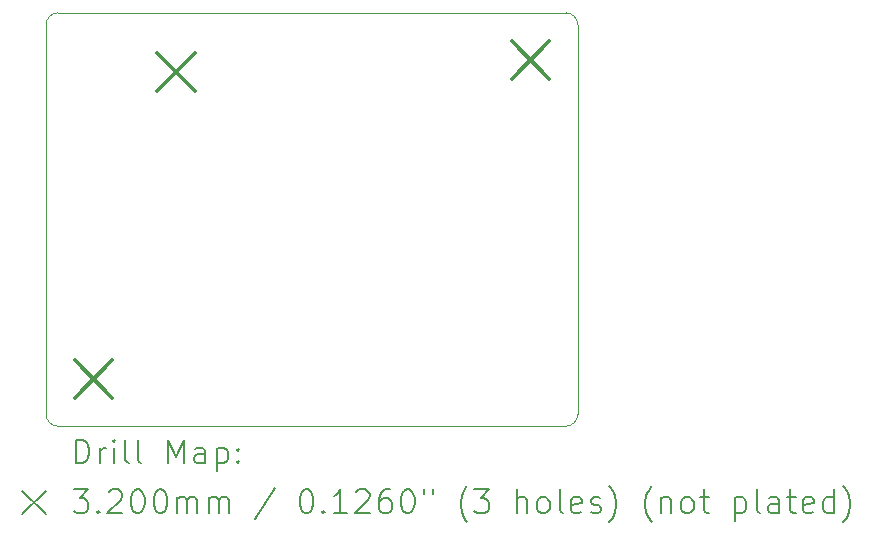
<source format=gbr>
%TF.GenerationSoftware,KiCad,Pcbnew,(6.0.11)*%
%TF.CreationDate,2024-05-16T18:38:19+09:00*%
%TF.ProjectId,active-marker-pcb,61637469-7665-42d6-9d61-726b65722d70,rev?*%
%TF.SameCoordinates,Original*%
%TF.FileFunction,Drillmap*%
%TF.FilePolarity,Positive*%
%FSLAX45Y45*%
G04 Gerber Fmt 4.5, Leading zero omitted, Abs format (unit mm)*
G04 Created by KiCad (PCBNEW (6.0.11)) date 2024-05-16 18:38:19*
%MOMM*%
%LPD*%
G01*
G04 APERTURE LIST*
%ADD10C,0.100000*%
%ADD11C,0.200000*%
%ADD12C,0.320000*%
G04 APERTURE END LIST*
D10*
X10100000Y-8500000D02*
G75*
G03*
X10000000Y-8600000I0J-100000D01*
G01*
X14500000Y-8600000D02*
G75*
G03*
X14400000Y-8500000I-100000J0D01*
G01*
X14400000Y-12000000D02*
G75*
G03*
X14500000Y-11900000I0J100000D01*
G01*
X10000000Y-11900000D02*
G75*
G03*
X10100000Y-12000000I100000J0D01*
G01*
X14400000Y-8500000D02*
X10100000Y-8500000D01*
X14500000Y-11900000D02*
X14500000Y-8600000D01*
X10100000Y-12000000D02*
X14400000Y-12000000D01*
X10000000Y-8600000D02*
X10000000Y-11900000D01*
D11*
D12*
X10240000Y-11440000D02*
X10560000Y-11760000D01*
X10560000Y-11440000D02*
X10240000Y-11760000D01*
X10940000Y-8840000D02*
X11260000Y-9160000D01*
X11260000Y-8840000D02*
X10940000Y-9160000D01*
X13940000Y-8740000D02*
X14260000Y-9060000D01*
X14260000Y-8740000D02*
X13940000Y-9060000D01*
D11*
X10252619Y-12315476D02*
X10252619Y-12115476D01*
X10300238Y-12115476D01*
X10328810Y-12125000D01*
X10347857Y-12144048D01*
X10357381Y-12163095D01*
X10366905Y-12201190D01*
X10366905Y-12229762D01*
X10357381Y-12267857D01*
X10347857Y-12286905D01*
X10328810Y-12305952D01*
X10300238Y-12315476D01*
X10252619Y-12315476D01*
X10452619Y-12315476D02*
X10452619Y-12182143D01*
X10452619Y-12220238D02*
X10462143Y-12201190D01*
X10471667Y-12191667D01*
X10490714Y-12182143D01*
X10509762Y-12182143D01*
X10576429Y-12315476D02*
X10576429Y-12182143D01*
X10576429Y-12115476D02*
X10566905Y-12125000D01*
X10576429Y-12134524D01*
X10585952Y-12125000D01*
X10576429Y-12115476D01*
X10576429Y-12134524D01*
X10700238Y-12315476D02*
X10681190Y-12305952D01*
X10671667Y-12286905D01*
X10671667Y-12115476D01*
X10805000Y-12315476D02*
X10785952Y-12305952D01*
X10776429Y-12286905D01*
X10776429Y-12115476D01*
X11033571Y-12315476D02*
X11033571Y-12115476D01*
X11100238Y-12258333D01*
X11166905Y-12115476D01*
X11166905Y-12315476D01*
X11347857Y-12315476D02*
X11347857Y-12210714D01*
X11338333Y-12191667D01*
X11319286Y-12182143D01*
X11281190Y-12182143D01*
X11262143Y-12191667D01*
X11347857Y-12305952D02*
X11328809Y-12315476D01*
X11281190Y-12315476D01*
X11262143Y-12305952D01*
X11252619Y-12286905D01*
X11252619Y-12267857D01*
X11262143Y-12248809D01*
X11281190Y-12239286D01*
X11328809Y-12239286D01*
X11347857Y-12229762D01*
X11443095Y-12182143D02*
X11443095Y-12382143D01*
X11443095Y-12191667D02*
X11462143Y-12182143D01*
X11500238Y-12182143D01*
X11519286Y-12191667D01*
X11528809Y-12201190D01*
X11538333Y-12220238D01*
X11538333Y-12277381D01*
X11528809Y-12296428D01*
X11519286Y-12305952D01*
X11500238Y-12315476D01*
X11462143Y-12315476D01*
X11443095Y-12305952D01*
X11624048Y-12296428D02*
X11633571Y-12305952D01*
X11624048Y-12315476D01*
X11614524Y-12305952D01*
X11624048Y-12296428D01*
X11624048Y-12315476D01*
X11624048Y-12191667D02*
X11633571Y-12201190D01*
X11624048Y-12210714D01*
X11614524Y-12201190D01*
X11624048Y-12191667D01*
X11624048Y-12210714D01*
X9795000Y-12545000D02*
X9995000Y-12745000D01*
X9995000Y-12545000D02*
X9795000Y-12745000D01*
X10233571Y-12535476D02*
X10357381Y-12535476D01*
X10290714Y-12611667D01*
X10319286Y-12611667D01*
X10338333Y-12621190D01*
X10347857Y-12630714D01*
X10357381Y-12649762D01*
X10357381Y-12697381D01*
X10347857Y-12716428D01*
X10338333Y-12725952D01*
X10319286Y-12735476D01*
X10262143Y-12735476D01*
X10243095Y-12725952D01*
X10233571Y-12716428D01*
X10443095Y-12716428D02*
X10452619Y-12725952D01*
X10443095Y-12735476D01*
X10433571Y-12725952D01*
X10443095Y-12716428D01*
X10443095Y-12735476D01*
X10528810Y-12554524D02*
X10538333Y-12545000D01*
X10557381Y-12535476D01*
X10605000Y-12535476D01*
X10624048Y-12545000D01*
X10633571Y-12554524D01*
X10643095Y-12573571D01*
X10643095Y-12592619D01*
X10633571Y-12621190D01*
X10519286Y-12735476D01*
X10643095Y-12735476D01*
X10766905Y-12535476D02*
X10785952Y-12535476D01*
X10805000Y-12545000D01*
X10814524Y-12554524D01*
X10824048Y-12573571D01*
X10833571Y-12611667D01*
X10833571Y-12659286D01*
X10824048Y-12697381D01*
X10814524Y-12716428D01*
X10805000Y-12725952D01*
X10785952Y-12735476D01*
X10766905Y-12735476D01*
X10747857Y-12725952D01*
X10738333Y-12716428D01*
X10728810Y-12697381D01*
X10719286Y-12659286D01*
X10719286Y-12611667D01*
X10728810Y-12573571D01*
X10738333Y-12554524D01*
X10747857Y-12545000D01*
X10766905Y-12535476D01*
X10957381Y-12535476D02*
X10976429Y-12535476D01*
X10995476Y-12545000D01*
X11005000Y-12554524D01*
X11014524Y-12573571D01*
X11024048Y-12611667D01*
X11024048Y-12659286D01*
X11014524Y-12697381D01*
X11005000Y-12716428D01*
X10995476Y-12725952D01*
X10976429Y-12735476D01*
X10957381Y-12735476D01*
X10938333Y-12725952D01*
X10928810Y-12716428D01*
X10919286Y-12697381D01*
X10909762Y-12659286D01*
X10909762Y-12611667D01*
X10919286Y-12573571D01*
X10928810Y-12554524D01*
X10938333Y-12545000D01*
X10957381Y-12535476D01*
X11109762Y-12735476D02*
X11109762Y-12602143D01*
X11109762Y-12621190D02*
X11119286Y-12611667D01*
X11138333Y-12602143D01*
X11166905Y-12602143D01*
X11185952Y-12611667D01*
X11195476Y-12630714D01*
X11195476Y-12735476D01*
X11195476Y-12630714D02*
X11205000Y-12611667D01*
X11224048Y-12602143D01*
X11252619Y-12602143D01*
X11271667Y-12611667D01*
X11281190Y-12630714D01*
X11281190Y-12735476D01*
X11376428Y-12735476D02*
X11376428Y-12602143D01*
X11376428Y-12621190D02*
X11385952Y-12611667D01*
X11405000Y-12602143D01*
X11433571Y-12602143D01*
X11452619Y-12611667D01*
X11462143Y-12630714D01*
X11462143Y-12735476D01*
X11462143Y-12630714D02*
X11471667Y-12611667D01*
X11490714Y-12602143D01*
X11519286Y-12602143D01*
X11538333Y-12611667D01*
X11547857Y-12630714D01*
X11547857Y-12735476D01*
X11938333Y-12525952D02*
X11766905Y-12783095D01*
X12195476Y-12535476D02*
X12214524Y-12535476D01*
X12233571Y-12545000D01*
X12243095Y-12554524D01*
X12252619Y-12573571D01*
X12262143Y-12611667D01*
X12262143Y-12659286D01*
X12252619Y-12697381D01*
X12243095Y-12716428D01*
X12233571Y-12725952D01*
X12214524Y-12735476D01*
X12195476Y-12735476D01*
X12176428Y-12725952D01*
X12166905Y-12716428D01*
X12157381Y-12697381D01*
X12147857Y-12659286D01*
X12147857Y-12611667D01*
X12157381Y-12573571D01*
X12166905Y-12554524D01*
X12176428Y-12545000D01*
X12195476Y-12535476D01*
X12347857Y-12716428D02*
X12357381Y-12725952D01*
X12347857Y-12735476D01*
X12338333Y-12725952D01*
X12347857Y-12716428D01*
X12347857Y-12735476D01*
X12547857Y-12735476D02*
X12433571Y-12735476D01*
X12490714Y-12735476D02*
X12490714Y-12535476D01*
X12471667Y-12564048D01*
X12452619Y-12583095D01*
X12433571Y-12592619D01*
X12624048Y-12554524D02*
X12633571Y-12545000D01*
X12652619Y-12535476D01*
X12700238Y-12535476D01*
X12719286Y-12545000D01*
X12728809Y-12554524D01*
X12738333Y-12573571D01*
X12738333Y-12592619D01*
X12728809Y-12621190D01*
X12614524Y-12735476D01*
X12738333Y-12735476D01*
X12909762Y-12535476D02*
X12871667Y-12535476D01*
X12852619Y-12545000D01*
X12843095Y-12554524D01*
X12824048Y-12583095D01*
X12814524Y-12621190D01*
X12814524Y-12697381D01*
X12824048Y-12716428D01*
X12833571Y-12725952D01*
X12852619Y-12735476D01*
X12890714Y-12735476D01*
X12909762Y-12725952D01*
X12919286Y-12716428D01*
X12928809Y-12697381D01*
X12928809Y-12649762D01*
X12919286Y-12630714D01*
X12909762Y-12621190D01*
X12890714Y-12611667D01*
X12852619Y-12611667D01*
X12833571Y-12621190D01*
X12824048Y-12630714D01*
X12814524Y-12649762D01*
X13052619Y-12535476D02*
X13071667Y-12535476D01*
X13090714Y-12545000D01*
X13100238Y-12554524D01*
X13109762Y-12573571D01*
X13119286Y-12611667D01*
X13119286Y-12659286D01*
X13109762Y-12697381D01*
X13100238Y-12716428D01*
X13090714Y-12725952D01*
X13071667Y-12735476D01*
X13052619Y-12735476D01*
X13033571Y-12725952D01*
X13024048Y-12716428D01*
X13014524Y-12697381D01*
X13005000Y-12659286D01*
X13005000Y-12611667D01*
X13014524Y-12573571D01*
X13024048Y-12554524D01*
X13033571Y-12545000D01*
X13052619Y-12535476D01*
X13195476Y-12535476D02*
X13195476Y-12573571D01*
X13271667Y-12535476D02*
X13271667Y-12573571D01*
X13566905Y-12811667D02*
X13557381Y-12802143D01*
X13538333Y-12773571D01*
X13528809Y-12754524D01*
X13519286Y-12725952D01*
X13509762Y-12678333D01*
X13509762Y-12640238D01*
X13519286Y-12592619D01*
X13528809Y-12564048D01*
X13538333Y-12545000D01*
X13557381Y-12516428D01*
X13566905Y-12506905D01*
X13624048Y-12535476D02*
X13747857Y-12535476D01*
X13681190Y-12611667D01*
X13709762Y-12611667D01*
X13728809Y-12621190D01*
X13738333Y-12630714D01*
X13747857Y-12649762D01*
X13747857Y-12697381D01*
X13738333Y-12716428D01*
X13728809Y-12725952D01*
X13709762Y-12735476D01*
X13652619Y-12735476D01*
X13633571Y-12725952D01*
X13624048Y-12716428D01*
X13985952Y-12735476D02*
X13985952Y-12535476D01*
X14071667Y-12735476D02*
X14071667Y-12630714D01*
X14062143Y-12611667D01*
X14043095Y-12602143D01*
X14014524Y-12602143D01*
X13995476Y-12611667D01*
X13985952Y-12621190D01*
X14195476Y-12735476D02*
X14176428Y-12725952D01*
X14166905Y-12716428D01*
X14157381Y-12697381D01*
X14157381Y-12640238D01*
X14166905Y-12621190D01*
X14176428Y-12611667D01*
X14195476Y-12602143D01*
X14224048Y-12602143D01*
X14243095Y-12611667D01*
X14252619Y-12621190D01*
X14262143Y-12640238D01*
X14262143Y-12697381D01*
X14252619Y-12716428D01*
X14243095Y-12725952D01*
X14224048Y-12735476D01*
X14195476Y-12735476D01*
X14376428Y-12735476D02*
X14357381Y-12725952D01*
X14347857Y-12706905D01*
X14347857Y-12535476D01*
X14528809Y-12725952D02*
X14509762Y-12735476D01*
X14471667Y-12735476D01*
X14452619Y-12725952D01*
X14443095Y-12706905D01*
X14443095Y-12630714D01*
X14452619Y-12611667D01*
X14471667Y-12602143D01*
X14509762Y-12602143D01*
X14528809Y-12611667D01*
X14538333Y-12630714D01*
X14538333Y-12649762D01*
X14443095Y-12668809D01*
X14614524Y-12725952D02*
X14633571Y-12735476D01*
X14671667Y-12735476D01*
X14690714Y-12725952D01*
X14700238Y-12706905D01*
X14700238Y-12697381D01*
X14690714Y-12678333D01*
X14671667Y-12668809D01*
X14643095Y-12668809D01*
X14624048Y-12659286D01*
X14614524Y-12640238D01*
X14614524Y-12630714D01*
X14624048Y-12611667D01*
X14643095Y-12602143D01*
X14671667Y-12602143D01*
X14690714Y-12611667D01*
X14766905Y-12811667D02*
X14776428Y-12802143D01*
X14795476Y-12773571D01*
X14805000Y-12754524D01*
X14814524Y-12725952D01*
X14824048Y-12678333D01*
X14824048Y-12640238D01*
X14814524Y-12592619D01*
X14805000Y-12564048D01*
X14795476Y-12545000D01*
X14776428Y-12516428D01*
X14766905Y-12506905D01*
X15128809Y-12811667D02*
X15119286Y-12802143D01*
X15100238Y-12773571D01*
X15090714Y-12754524D01*
X15081190Y-12725952D01*
X15071667Y-12678333D01*
X15071667Y-12640238D01*
X15081190Y-12592619D01*
X15090714Y-12564048D01*
X15100238Y-12545000D01*
X15119286Y-12516428D01*
X15128809Y-12506905D01*
X15205000Y-12602143D02*
X15205000Y-12735476D01*
X15205000Y-12621190D02*
X15214524Y-12611667D01*
X15233571Y-12602143D01*
X15262143Y-12602143D01*
X15281190Y-12611667D01*
X15290714Y-12630714D01*
X15290714Y-12735476D01*
X15414524Y-12735476D02*
X15395476Y-12725952D01*
X15385952Y-12716428D01*
X15376428Y-12697381D01*
X15376428Y-12640238D01*
X15385952Y-12621190D01*
X15395476Y-12611667D01*
X15414524Y-12602143D01*
X15443095Y-12602143D01*
X15462143Y-12611667D01*
X15471667Y-12621190D01*
X15481190Y-12640238D01*
X15481190Y-12697381D01*
X15471667Y-12716428D01*
X15462143Y-12725952D01*
X15443095Y-12735476D01*
X15414524Y-12735476D01*
X15538333Y-12602143D02*
X15614524Y-12602143D01*
X15566905Y-12535476D02*
X15566905Y-12706905D01*
X15576428Y-12725952D01*
X15595476Y-12735476D01*
X15614524Y-12735476D01*
X15833571Y-12602143D02*
X15833571Y-12802143D01*
X15833571Y-12611667D02*
X15852619Y-12602143D01*
X15890714Y-12602143D01*
X15909762Y-12611667D01*
X15919286Y-12621190D01*
X15928809Y-12640238D01*
X15928809Y-12697381D01*
X15919286Y-12716428D01*
X15909762Y-12725952D01*
X15890714Y-12735476D01*
X15852619Y-12735476D01*
X15833571Y-12725952D01*
X16043095Y-12735476D02*
X16024048Y-12725952D01*
X16014524Y-12706905D01*
X16014524Y-12535476D01*
X16205000Y-12735476D02*
X16205000Y-12630714D01*
X16195476Y-12611667D01*
X16176428Y-12602143D01*
X16138333Y-12602143D01*
X16119286Y-12611667D01*
X16205000Y-12725952D02*
X16185952Y-12735476D01*
X16138333Y-12735476D01*
X16119286Y-12725952D01*
X16109762Y-12706905D01*
X16109762Y-12687857D01*
X16119286Y-12668809D01*
X16138333Y-12659286D01*
X16185952Y-12659286D01*
X16205000Y-12649762D01*
X16271667Y-12602143D02*
X16347857Y-12602143D01*
X16300238Y-12535476D02*
X16300238Y-12706905D01*
X16309762Y-12725952D01*
X16328809Y-12735476D01*
X16347857Y-12735476D01*
X16490714Y-12725952D02*
X16471667Y-12735476D01*
X16433571Y-12735476D01*
X16414524Y-12725952D01*
X16405000Y-12706905D01*
X16405000Y-12630714D01*
X16414524Y-12611667D01*
X16433571Y-12602143D01*
X16471667Y-12602143D01*
X16490714Y-12611667D01*
X16500238Y-12630714D01*
X16500238Y-12649762D01*
X16405000Y-12668809D01*
X16671667Y-12735476D02*
X16671667Y-12535476D01*
X16671667Y-12725952D02*
X16652619Y-12735476D01*
X16614524Y-12735476D01*
X16595476Y-12725952D01*
X16585952Y-12716428D01*
X16576428Y-12697381D01*
X16576428Y-12640238D01*
X16585952Y-12621190D01*
X16595476Y-12611667D01*
X16614524Y-12602143D01*
X16652619Y-12602143D01*
X16671667Y-12611667D01*
X16747857Y-12811667D02*
X16757381Y-12802143D01*
X16776428Y-12773571D01*
X16785952Y-12754524D01*
X16795476Y-12725952D01*
X16805000Y-12678333D01*
X16805000Y-12640238D01*
X16795476Y-12592619D01*
X16785952Y-12564048D01*
X16776428Y-12545000D01*
X16757381Y-12516428D01*
X16747857Y-12506905D01*
M02*

</source>
